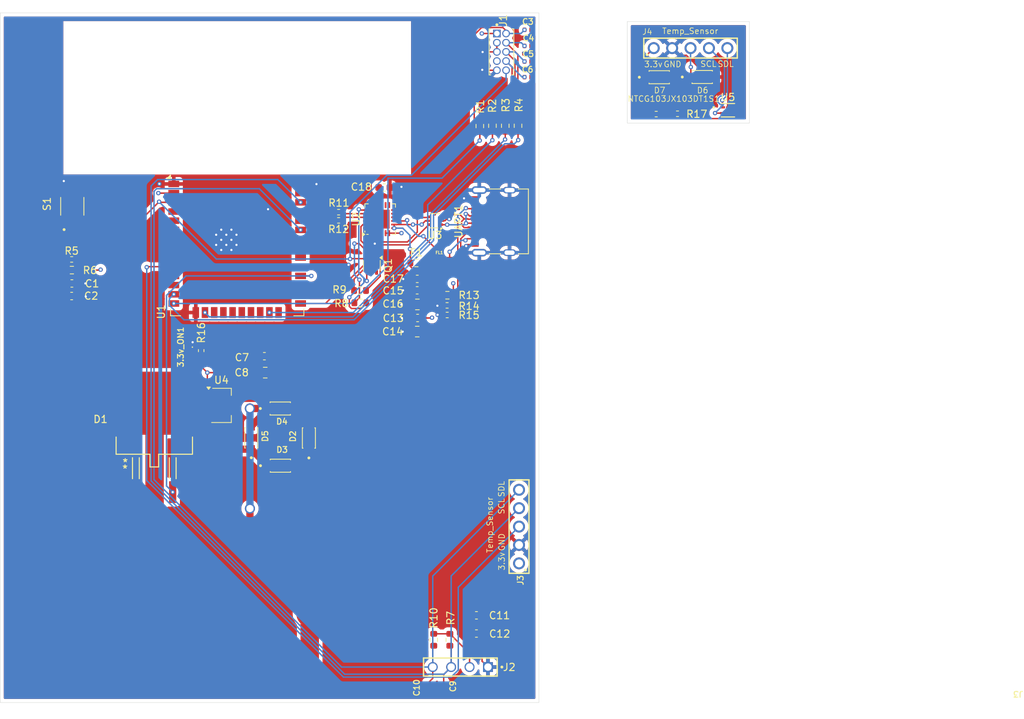
<source format=kicad_pcb>
(kicad_pcb (version 20241229) (generator "pcbnew") (generator_version "9.0")
  (layers (0 "F.Cu" signal) (4 "In1.Cu" signal) (6 "In2.Cu" signal) (2 "B.Cu" signal) (13 "F.Paste" user) (15 "B.Paste" user) (5 "F.SilkS" user "F.Silkscreen") (7 "B.SilkS" user "B.Silkscreen") (1 "F.Mask" user) (3 "B.Mask" user) (25 "Edge.Cuts" user))
  (net 0 "")
  (net 1 "GND")
  (net 2 "3.3V OUT")
  (net 3 "Net-(3.3v_ON1-A)")
  (net 4 "Net-(C2-Pad2)")
  (net 5 "Net-(C3-Pad1)")
  (net 6 "Net-(C4-Pad1)")
  (net 7 "Net-(C5-Pad1)")
  (net 8 "/ESP32 WROOM 32E/I2C_SCL")
  (net 9 "/ESP32 WROOM 32E/I2C_SDL")
  (net 10 "Net-(C6-Pad1)")
  (net 11 "/ESP32 WROOM 32E/EN")
  (net 12 "Net-(U2-REGIN)")
  (net 13 "Net-(U2-VPP)")
  (net 14 "/ESP32 WROOM 32E/AC_TRIAC_Switching")
  (net 15 "/3.3V generator/Transformer_input_A")
  (net 16 "/HIGH_AC_Switching/OUTPUT_AC1")
  (net 17 "Net-(D2-K)")
  (net 18 "/ESP32 WROOM 32E/IO0")
  (net 19 "Net-(D4-K)")
  (net 20 "/ESP32 WROOM 32E/Temp_Sensor")
  (net 21 "/ESP32 WROOM 32E/RTS")
  (net 22 "/ESP32 WROOM 32E/DTR")
  (net 23 "/ESP32 WROOM 32E/JTAG_MTDI")
  (net 24 "/ESP32 WROOM 32E/JTAG_MTDO")
  (net 25 "/ESP32 WROOM 32E/JTAG_MTCK")
  (net 26 "/ESP32 WROOM 32E/JTAG_MTMS")
  (net 27 "/ESP32 WROOM 32E/TX")
  (net 28 "Net-(F1-Pad2)")
  (net 29 "/ESP32 WROOM 32E/RX")
  (net 31 "Net-(Q1A-B1)")
  (net 32 "Net-(Q1B-B2)")
  (net 33 "Net-(U2-RXD)")
  (net 34 "Net-(U2-TXD)")
  (net 35 "/ESP32 WROOM 32E/SPI_DIO0(IRQ)")
  (net 36 "Net-(U2-~{RST})")
  (net 37 "Net-(UART1-CC2)")
  (net 38 "Net-(UART1-CC1)")
  (net 39 "/ESP32 WROOM 32E/SPI_MOSI")
  (net 44 "/ESP32 WROOM 32E/SPI_SCK")
  (net 45 "/ESP32 WROOM 32E/SPI_MISO")
  (net 46 "/ESP32 WROOM 32E/SPI_NSS(CS)")
  (net 47 "/ESP32 WROOM 32E/SPI_Reset")
  (net 62 "Net-(U2-D-)")
  (net 71 "Net-(U2-D+)")
  (net 73 "Net-(U3-I{slash}O1-Pad1)")
  (net 74 "Net-(U3-I{slash}O2-Pad3)")
  (net 77 "5A OUT")
  (footprint "Capacitor_SMD:C_0603_1608Metric" (layer "F.Cu") (at 70.49 43.22)
    (property "Reference" "C18")
    (property "Value" "4.7uF")
  )
  (footprint "BLM21PG221SN1D:BEADC2012X105N" (layer "F.Cu") (at 78.54 53.54)
    (property "Reference" "FL1")
    (property "Value" "BLM21PG221SN1D")
  )
  (footprint "Resistor_SMD:R_0603_1608Metric" (layer "F.Cu") (at 79.54 105.685 90)
    (property "Reference" "R7")
    (property "Value" "2.2K")
  )
  (footprint "Resistor_SMD:R_0402_1005Metric" (layer "F.Cu") (at 110.96 33.04 180)
    (property "Reference" "R17")
    (property "Value" "75")
  )
  (footprint "T1035H_6G_TR:D2PAK_T2550_STM" (layer "F.Cu") (at 38.75 75.2579)
    (property "Reference" "D1")
    (property "Value" "T835-600G-TR")
  )
  (footprint "PESD0402-140:RESC1005X35N" (layer "F.Cu") (at 90.3 23.67)
    (property "Reference" "C4")
    (property "Value" "PESD0402-140")
  )
  (footprint "1N4007FLTR:SODFL3618X110N" (layer "F.Cu") (at 60.085 77.8204 90)
    (property "Reference" "D2")
    (property "Value" "1N4007")
  )
  (footprint "Capacitor_SMD:C_0603_1608Metric" (layer "F.Cu") (at 75.04 55.84)
    (property "Reference" "C17")
    (property "Value" "0.1uF")
  )
  (footprint "Capacitor_SMD:C_0603_1608Metric" (layer "F.Cu") (at 75.03 57.42 180)
    (property "Reference" "C15")
    (property "Value" "4.7uF")
  )
  (footprint "1N4007FLTR:SODFL3618X110N" (layer "F.Cu") (at 56.1575 81.6429)
    (property "Reference" "D3")
    (property "Value" "1N4007")
  )
  (footprint "Resistor_SMD:R_0603_1608Metric" (layer "F.Cu") (at 79.2 58.1)
    (property "Reference" "R13")
    (property "Value" "10K")
  )
  (footprint "Resistor_SMD:R_0603_1608Metric" (layer "F.Cu") (at 77.32 105.685 90)
    (property "Reference" "R10")
    (property "Value" "2.2K")
  )
  (footprint "LED_SMD:LED_0201_0603Metric" (layer "F.Cu") (at 44.01 66.13 -90)
    (property "Reference" "3.3v_ON1")
    (property "Value" "LED")
  )
  (footprint "PESD0402-140:RESC1005X35N" (layer "F.Cu") (at 90.3 25.82)
    (property "Reference" "C5")
    (property "Value" "PESD0402-140")
  )
  (footprint "1N4007FLTR:SODFL3618X110N" (layer "F.Cu") (at 52.135 77.7929 90)
    (property "Reference" "D5")
    (property "Value" "1N4007")
  )
  (footprint "Resistor_SMD:R_0402_1005Metric" (layer "F.Cu") (at 64.19 46.63)
    (property "Reference" "R11")
    (property "Value" "22R")
  )
  (footprint "Resistor_SMD:R_0402_1005Metric" (layer "F.Cu") (at 45.22 65.75 90)
    (property "Reference" "R16")
    (property "Value" "1K")
  )
  (footprint "61300511121:61300511121" (layer "F.Cu") (at 112.76 23.97)
    (property "Reference" "J4")
    (property "Value" "61300511121")
  )
  (footprint "Resistor_SMD:R_0402_1005Metric" (layer "F.Cu") (at 64.19 47.76)
    (property "Reference" "R12")
    (property "Value" "22R")
  )
  (footprint "1N4007FLTR:SODFL3618X110N" (layer "F.Cu") (at 56.135 73.7429)
    (property "Reference" "D4")
    (property "Value" "1N4007")
  )
  (footprint "Capacitor_SMD:C_0805_2012Metric" (layer "F.Cu") (at 54.06 68.79)
    (property "Reference" "C8")
    (property "Value" "22uF")
  )
  (footprint "Resistor_SMD:R_0603_1608Metric" (layer "F.Cu") (at 74.92 53.64)
    (property "Reference" "F1")
    (property "Value" "0603L100SLYR")
  )
  (footprint "Capacitor_SMD:C_0603_1608Metric" (layer "F.Cu") (at 83.21 102.31)
    (property "Reference" "C11")
    (property "Value" "4.7uF")
  )
  (footprint "Resistor_SMD:R_0402_1005Metric" (layer "F.Cu") (at 79.16 59.5)
    (property "Reference" "R14")
    (property "Value" "5.1K")
  )
  (footprint "Capacitor_SMD:C_0603_1608Metric" (layer "F.Cu") (at 27.345 58.21 180)
    (property "Reference" "C2")
    (property "Value" "0.1uF")
  )
  (footprint "SHT45-AD1B-R3:SHT4x_SEN" (layer "F.Cu") (at 117.9193 32.550001)
    (property "Reference" "U5")
    (property "Value" "SHT45-AD1B-R3")
  )
  (footprint "Resistor_SMD:R_0603_1608Metric" (layer "F.Cu") (at 88.95 34.695 90)
    (property "Reference" "R4")
    (property "Value" "100R")
  )
  (footprint "Resistor_SMD:R_0402_1005Metric" (layer "F.Cu") (at 27.345 53.15)
    (property "Reference" "R5")
    (property "Value" "22R")
  )
  (footprint "Package_TO_SOT_SMD:SOT-666" (layer "F.Cu") (at 77.49 47.8125 180)
    (property "Reference" "U3")
    (property "Value" "USBLC6-2P6")
  )
  (footprint "Resistor_SMD:R_0402_1005Metric" (layer "F.Cu") (at 108.02 33.08 180)
    (property "Reference" "NTCG103JX103DT1S1")
    (property "Value" "10K")
  )
  (footprint "Capacitor_SMD:C_0603_1608Metric" (layer "F.Cu") (at 83.21 104.82)
    (property "Reference" "C12")
    (property "Value" "0.1uF")
  )
  (footprint "Capacitor_SMD:C_0603_1608Metric" (layer "F.Cu") (at 75.09 61.24 180)
    (property "Reference" "C13")
    (property "Value" "0.1uF")
  )
  (footprint "Package_DFN_QFN:QFN-24-1EP_4x4mm_P0.5mm_EP2.6x2.6mm" (layer "F.Cu") (at 69.92 47.5875 90)
    (property "Reference" "U2")
    (property "Value" "CP2104")
  )
  (footprint "Package_TO_SOT_SMD:SOT-363_SC-70-6" (layer "F.Cu") (at 68.775 54 -90)
    (property "Reference" "Q1")
    (property "Value" "UMH3N")
  )
  (footprint "Capacitor_SMD:C_0603_1608Metric" (layer "F.Cu") (at 27.375 56.47)
    (property "Reference" "C1")
    (property "Value" "1uF")
  )
  (footprint "1N4007FLTR:SODFL3618X110N" (layer "F.Cu") (at 108.44 27.99)
    (property "Reference" "D7")
    (property "Value" "1N4007")
  )
  (footprint "PESD0402-140:RESC1005X35N" (layer "F.Cu") (at 90.3 21.45)
    (property "Reference" "C3")
    (property "Value" "PESD0402-140")
  )
  (footprint "Resistor_SMD:R_0603_1608Metric" (layer "F.Cu") (at 85.42 34.695 90)
    (property "Reference" "R2")
    (property "Value" "100R")
  )
  (footprint "Capacitor_SMD:C_0603_1608Metric" (layer "F.Cu") (at 53.945 66.52)
    (property "Reference" "C7")
    (property "Value" "1uF")
  )
  (footprint "Capacitor_SMD:C_0805_2012Metric" (layer "F.Cu") (at 75.06 59.37 180)
    (property "Reference" "C16")
    (property "Value" "22uF")
  )
  (footprint "Varistor:SULLINS_GRPB052VWVN-RC" (layer "F.Cu") (at 86.665 24.49 -90)
    (property "Reference" "J1")
    (property "Value" "GRPB052VWVN-RC")
  )
  (footprint "PESD0402-140:RESC1005X35N" (layer "F.Cu") (at 76.54 112.147 -90)
    (property "Reference" "C10")
    (property "Value" "PESD0402-140")
  )
  (footprint "Capacitor_SMD:C_0805_2012Metric" (layer "F.Cu") (at 75.04 63.12)
    (property "Reference" "C14")
    (property "Value" "22uF")
  )
  (footprint "Resistor_SMD:R_0603_1608Metric" (layer "F.Cu") (at 67.193 59.1528 180)
    (property "Reference" "R8")
    (property "Value" "10K")
  )
  (footprint "Resistor_SMD:R_0603_1608Metric" (layer "F.Cu") (at 67.145 57.45 180)
    (property "Reference" "R9")
    (property "Value" "10K")
  )
  (footprint "1N4007FLTR:SODFL3618X110N" (layer "F.Cu") (at 114.37 27.96)
    (property "Reference" "D6")
    (property "Value" "1N4007")
  )
  (footprint "12402012E212A:AMPHENOL_12402012E212A" (layer "F.Cu") (at 87.78 47.9 90)
    (property "Reference" "UART1")
    (property "Value" "12402012E212A")
  )
  (footprint "PESD0402-140:RESC1005X35N" (layer "F.Cu") (at 90.3 27.97)
    (property "Reference" "C6")
    (property "Value" "PESD0402-140")
  )
  (footprint "Diode_SMD:SW_SKRPABE010" (layer "F.Cu") (at 27.43 45.8185 90)
    (property "Reference" "S1")
    (property "Value" "SKRPABE010")
  )
  (footprint "HTSW-104-20-TM-S:SAMTEC_HTSW-104-20-TM-S" (layer "F.Cu") (at 80.99 109.45)
    (property "Reference" "J2")
    (property "Value" "I2C")
  )
  (footprint "Resistor_SMD:R_0603_1608Metric" (layer "F.Cu") (at 87.19 34.695 90)
    (property "Reference" "R3")
    (property "Value" "100R")
  )
  (footprint "PESD0402-140:RESC1005X35N" (layer "F.Cu") (at 78.69 112.147 -90)
    (property "Reference" "C9")
    (property "Value" "PESD0402-140")
  )
  (footprint "RF_Module:ESP32-WROOM-32E" (layer "F.Cu") (at 50.19 47.9879)
    (property "Reference" "U1")
    (property "Value" "ESP32-WROOM-32E")
  )
  (footprint "Resistor_SMD:R_0402_1005Metric" (layer "F.Cu") (at 79.175 60.825)
    (property "Reference" "R15")
    (property "Value" "5.1K")
  )
  (footprint "Resistor_SMD:R_0603_1608Metric" (layer "F.Cu") (at 83.68 34.735 90)
    (property "Reference" "R1")
    (property "Value" "100R")
  )
  (footprint "Package_TO_SOT_SMD:SOT-89-3" (layer "F.Cu") (at 48.02 73.3179)
    (property "Reference" "U4")
    (property "Value" "L78L33_SOT89")
  )
  (footprint "61300511121:61300511121" (layer "F.Cu") (at 89.09 90.05 90)
    (property "Reference" "J3")
    (property "Value" "61300511121")
  )
  (footprint "Resistor_SMD:R_0603_1608Metric" (layer "F.Cu") (at 27.375 54.63)
    (property "Reference" "R6")
    (property "Value" "10K")
  )
  (gr_circle (center 20.75 44.1079) (end 18.95 44.1079) (stroke (width 0.1)) (fill yes) (layers "F.Cu" "F.Mask") (net 15))
  (gr_circle (center 60.2 102.0579) (end 58.4 102.0579) (stroke (width 0.1)) (fill yes) (layers "F.Cu" "F.Mask") (net 15))
  (gr_circle (center 29.75 85.51) (end 27.95 85.51) (stroke (width 0.1)) (fill yes) (layers "F.Cu" "F.Mask") (net 16))
  (gr_circle (center 60.25 90.1579) (end 59.25 90.1579) (stroke (width 0.1)) (fill yes) (layers "F.Cu" "F.Mask") (net 17))
  (gr_circle (center 51.95 90.1579) (end 50.95 90.1579) (stroke (width 0.1)) (fill yes) (layers "F.Cu" "F.Mask") (net 19))
  (gr_circle (center 38.75 105.91) (end 36.95 105.91) (stroke (width 0.1)) (fill yes) (layers "F.Cu" "F.Mask") (net 15))
  (gr_circle (center 51.75 102.1079) (end 49.95 102.1079) (stroke (width 0.1)) (fill yes) (layers "F.Cu" "F.Mask") (net 15))
  (gr_circle (center 20.75 106.1079) (end 18.95 106.1079) (stroke (width 0.1)) (fill yes) (layers "F.Cu" "F.Mask") (net 15))
  (gr_rect (start 104.02 20.3) (end 120.89 34.32) (stroke (width 0.05)) (fill no) (layer "Edge.Cuts"))
  (gr_rect (start 17.48 19.11) (end 91.84 114.35) (stroke (width 0.05)) (fill no) (layer "Edge.Cuts"))
  (gr_text "J3" (at 157.97 113.18 180) (layer "F.SilkS") (effects (font (size 0.8 0.8))))
  (gr_text "SDL" (at 117.61 26.16 0) (layer "F.SilkS") (effects (font (size 0.8 0.8) (thickness 0.1))))
  (gr_text "Temp_Sensor" (at 85.07 89.83 90) (layer "F.SilkS") (effects (font (size 0.8 0.8) (thickness 0.1))))
  (gr_text "GND" (at 86.71 92.2 90) (layer "F.SilkS") (effects (font (size 0.8 0.8) (thickness 0.1))))
  (gr_text "3.3v" (at 107.62 26.2 0) (layer "F.SilkS") (effects (font (size 0.8 0.8) (thickness 0.1))))
  (gr_text "SCL" (at 115.23 26.16 0) (layer "F.SilkS") (effects (font (size 0.8 0.8) (thickness 0.1))))
  (gr_text "SCL" (at 86.67 87.24 90) (layer "F.SilkS") (effects (font (size 0.8 0.8) (thickness 0.1))))
  (gr_text "SDL" (at 86.67 84.86 90) (layer "F.SilkS") (effects (font (size 0.8 0.8) (thickness 0.1))))
  (gr_text "3.3v" (at 86.71 94.85 90) (layer "F.SilkS") (effects (font (size 0.8 0.8) (thickness 0.1))))
  (gr_text "GND" (at 110.27 26.2 0) (layer "F.SilkS") (effects (font (size 0.8 0.8) (thickness 0.1))))
  (gr_text "Temp_Sensor" (at 112.71 21.61 0) (layer "F.SilkS") (effects (font (size 0.8 0.8) (thickness 0.1))))
  (segment (start 111.47 33.04) (end 111.47 31.67) (width 0.2) (layer "F.Cu") (net 1))
  (segment (start 77.87 59.5) (end 77.82 59.55) (width 0.2) (layer "F.Cu") (net 1))
  (segment (start 50.641 72.3369) (end 49.66 73.3179) (width 1) (layer "F.Cu") (net 1))
  (segment (start 73.04 63.12) (end 73.03 63.13) (width 0.2) (layer "F.Cu") (net 1))
  (segment (start 115.94 27.96) (end 117.9193 29.9393) (width 0.2) (layer "F.Cu") (net 1))
  (segment (start 112.19 24.97) (end 111.22 24.97) (width 0.2) (layer "F.Cu") (net 1))
  (segment (start 74.09 63.12) (end 73.04 63.12) (width 0.2) (layer "F.Cu") (net 1))
  (segment (start 72.77 43.22) (end 72.86 43.13) (width 0.2) (layer "F.Cu") (net 1))
  (segment (start 115.94 27.96) (end 115.18 27.96) (width 0.2) (layer "F.Cu") (net 1))
  (segment (start 118.319299 32.150002) (end 117.9193 32.550001) (width 0.2) (layer "F.Cu") (net 1))
  (segment (start 74.265 55.84) (end 73.12 55.84) (width 0.2) (layer "F.Cu") (net 1))
  (segment (start 72.96 61.24) (end 72.93 61.27) (width 0.2) (layer "F.Cu") (net 1))
  (segment (start 78.665 60.825) (end 77.875 60.825) (width 0.2) (layer "F.Cu") (net 1))
  (segment (start 118.6686 32.150002) (end 118.319299 32.150002) (width 0.2) (layer "F.Cu") (net 1))
  (segment (start 58.94 42.7279) (end 61.1079 42.7279) (width 0.2) (layer "F.Cu") (net 1))
  (segment (start 26.355 42.425) (end 26.26 42.33) (width 0.2) (layer "F.Cu") (net 1))
  (segment (start 79.100057 47.58) (end 79.45 47.58) (width 0.2) (layer "F.Cu") (net 1))
  (segment (start 61.1079 42.7279) (end 61.13 42.75) (width 0.2) (layer "F.Cu") (net 1))
  (segment (start 78.867557 47.8125) (end 79.100057 47.58) (width 0.2) (layer "F.Cu") (net 1))
  (segment (start 84.07 27.03) (end 84.01 26.97) (width 0.2) (layer "F.Cu") (net 1))
  (segment (start 86.03 23.22) (end 86.03 24.49) (width 0.2) (layer "F.Cu") (net 1))
  (segment (start 78.415 47.8125) (end 78.867557 47.8125) (width 0.2) (layer "F.Cu") (net 1))
  (segment (start 83.03 44.7) (end 81.52 44.7) (width 0.2) (layer "F.Cu") (net 1))
  (segment (start 86.03 24.49) (end 84.08 24.49) (width 0.2) (layer "F.Cu") (net 1))
  (segment (start 72.87 59.37) (end 72.85 59.39) (width 0.2) (layer "F.Cu") (net 1))
  (segment (start 55.01 68.79) (end 55.01 66.81) (width 0.2) (layer "F.Cu") (net 1))
  (segment (start 65.12 53.46) (end 65.56 53.9) (width 0.2) (layer "F.Cu") (net 1))
  (segment (start 83.985 108.635) (end 84.8 109.45) (width 0.2) (layer "F.Cu") (net 1))
  (segment (start 56.299 72.3369) (end 52.84 72.3369) (width 1) (layer "F.Cu") (net 1))
  (segment (start 83.985 104.82) (end 83.985 102.31) (width 0.2) (layer "F.Cu") (net 1))
  (segment (start 57.9421 42.7279) (end 54.45 46.22) (width 0.2) (layer "F.Cu") (net 1))
  (segment (start 73.09 57.42) (end 73.08 57.43) (width 0.2) (layer "F.Cu") (net 1))
  (segment (start 83.03 51.1) (end 82.002045 51.1) (width 0.2) (layer "F.Cu") (net 1))
  (segment (start 81.52 44.7) (end 81.5 44.72) (width 0.2) (layer "F.Cu") (net 1))
  (segment (start 29.23 58.21) (end 29.29 58.27) (width 0.2) (layer "F.Cu") (net 1))
  (segment (start 74.11 59.37) (end 72.87 59.37) (width 0.2) (layer "F.Cu") (net 1))
  (segment (start 44.01 64.62) (end 44.04 64.59) (width 0.2) (layer "F.Cu") (net 1))
  (segment (start 55.01 68.79) (end 55.01 70.1669) (width 0.2) (layer "F.Cu") (net 1))
  (segment (start 26.355 43.7435) (end 26.355 42.425) (width 0.2) (layer "F.Cu") (net 1))
  (segment (start 111.47 31.67) (end 115.18 27.96) (width 0.2) (layer "F.Cu") (net 1))
  (segment (start 78.65 59.5) (end 77.87 59.5) (width 0.2) (layer "F.Cu") (net 1))
  (segment (start 71.265 43.22) (end 72.77 43.22) (width 0.2) (layer "F.Cu") (net 1))
  (segment (start 52.84 72.3369) (end 50.641 72.3369) (width 1) (layer "F.Cu") (net 1))
  (segment (start 69.17 49.525) (end 69.17 48.3375) (width 0.2) (layer "F.Cu") (net 1))
  (segment (start 39.4579 42.7279) (end 39.45 42.72) (width 0.2) (layer "F.Cu") (net 1))
  (segment (start 77.875 60.825) (end 77.85 60.8) (width 0.2) (layer "F.Cu") (net 1))
  (segment (start 26.355 43.7435) (end 26.355 47.8935) (width 0.2) (layer "F.Cu") (net 1))
  (segment (start 84.08 24.49) (end 84.06 24.51) (width 0.2) (layer "F.Cu") (net 1))
  (segment (start 86.03 27.03) (end 84.07 27.03) (width 0.2) (layer "F.Cu") (net 1))
  (segment (start 74.315 61.24) (end 72.96 61.24) (width 0.2) (layer "F.Cu") (net 1))
  (segment (start 82.002045 51.1) (end 81.793908 51.308137) (width 0.2) (layer "F.Cu") (net 1))
  (segment (start 111.22 24.97) (end 110.22 23.97) (width 0.2) (layer "F.Cu") (net 1))
  (segment (start 117.9193 29.9393) (end 117.9193 32.550001) (width 0.2) (layer "F.Cu") (net 1))
  (segment (start 115.18 27.96) (end 112.19 24.97) (width 0.2) (layer "F.Cu") (net 1))
  (segment (start 49.66 73.3179) (end 46.1575 73.3179) (width 1) (layer "F.Cu") (net 1))
  (segment (start 60.085 76.2504) (end 60.085 76.1229) (width 0.2) (layer "F.Cu") (net 1))
  (segment (start 55.01 66.81) (end 54.72 66.52) (width 0.2) (layer "F.Cu") (net 1))
  (segment (start 69.17 48.3375) (end 69.92 47.5875) (width 0.2) (layer "F.Cu") (net 1))
  (segment (start 41.44 42.7279) (end 39.4579 42.7279) (width 0.2) (layer "F.Cu") (net 1))
  (segment (start 60.085 76.1229) (end 57.705 73.7429) (width 1) (layer "F.Cu") (net 1))
  (segment (start 73.12 55.84) (end 73.1 55.86) (width 0.2) (layer "F.Cu") (net 1))
  (segment (start 58.94 42.7279) (end 57.9421 42.7279) (width 0.2) (layer "F.Cu") (net 1))
  (segment (start 55.01 70.1669) (end 52.84 72.3369) (width 0.2) (layer "F.Cu") (net 1))
  (segment (start 44.01 65.81) (end 44.01 64.62) (width 0.2) (layer "F.Cu") (net 1))
  (segment (start 69.17 50.966598) (end 69.180803 50.977401) (width 0.2) (layer "F.Cu") (net 1))
  (segment (start 74.255 57.42) (end 73.09 57.42) (width 0.2) (layer "F.Cu") (net 1))
  (segment (start 28.15 56.47) (end 29.24 56.47) (width 0.2) (layer "F.Cu") (net 1))
  (segment (start 69.17 49.525) (end 69.17 50.966598) (width 0.2) (layer "F.Cu") (net 1))
  (segment (start 57.705 73.7429) (end 56.299 72.3369) (width 1) (layer "F.Cu") (net 1))
  (segment (start 28.12 58.21) (end 29.23 58.21) (width 0.2) (layer "F.Cu") (net 1))
  (segment (start 83.985 104.82) (end 83.985 108.635) (width 0.2) (layer "F.Cu") (net 1))
  (segment (start 65.12 48.92) (end 65.12 53.46) (width 0.2) (layer "F.Cu") (net 1))
  (via (at 81.5 44.72) (size 0.6) (drill 0.3) (layers "F.Cu" "B.Cu") (net 1))
  (via (at 39.45 42.72) (size 0.6) (drill 0.3) (layers "F.Cu" "B.Cu") (net 1))
  (via (at 29.29 58.27) (size 0.6) (drill 0.3) (layers "F.Cu" "B.Cu") (net 1))
  (via (at 77.82 59.55) (size 0.6) (drill 0.3) (layers "F.Cu" "B.Cu") (net 1))
  (via (at 73.1 55.86) (size 0.6) (drill 0.3) (layers "F.Cu" "B.Cu") (net 1))
  (via (at 72.86 43.13) (size 0.6) (drill 0.3) (layers "F.Cu" "B.Cu") (net 1))
  (via (at 73.08 57.43) (size 0.6) (drill 0.3) (layers "F.Cu" "B.Cu") (net 1))
  (via (at 54.45 46.22) (size 0.6) (drill 0.3) (layers "F.Cu" "B.Cu") (net 1))
  (via (at 69.180803 50.977401) (size 0.6) (drill 0.3) (layers "F.Cu" "B.Cu") (net 1))
  (via (at 72.93 61.27) (size 0.6) (drill 0.3) (layers "F.Cu" "B.Cu") (net 1))
  (via (at 81.793908 51.308137) (size 0.6) (drill 0.3) (layers "F.Cu" "B.Cu") (net 1))
  (via (at 26.26 42.33) (size 0.6) (drill 0.3) (layers "F.Cu" "B.Cu") (net 1))
  (via (at 77.85 60.8) (size 0.6) (drill 0.3) (layers "F.Cu" "B.Cu") (net 1))
  (via (at 72.85 59.39) (size 0.6) (drill 0.3) (layers "F.Cu" "B.Cu") (net 1))
  (via (at 44.04 64.59) (size 0.6) (drill 0.3) (layers "F.Cu" "B.Cu") (net 1))
  (via (at 65.56 53.9) (size 0.6) (drill 0.3) (layers "F.Cu" "B.Cu") (net 1))
  (via (at 79.45 47.58) (size 0.6) (drill 0.3) (layers "F.Cu" "B.Cu") (net 1))
  (via (at 61.13 42.75) (size 0.6) (drill 0.3) (layers "F.Cu" "B.Cu") (net 1))
  (via (at 73.03 63.13) (size 0.6) (drill 0.3) (layers "F.Cu" "B.Cu") (net 1))
  (via (at 84.01 26.97) (size 0.6) (drill 0.3) (layers "F.Cu" "B.Cu") (net 1))
  (via (at 65.12 48.92) (size 0.6) (drill 0.3) (layers "F.Cu" "B.Cu") (net 1))
  (via (at 29.24 56.47) (size 0.6) (drill 0.3) (layers "F.Cu" "B.Cu") (net 1))
  (via (at 84.06 24.51) (size 0.6) (drill 0.3) (layers "F.Cu" "B.Cu") (net 1))
  (segment (start 65.12 46.74) (end 65.12 48.92) (width 0.2) (layer "B.Cu") (net 1))
  (segment (start 111.47 25.22) (end 110.22 23.97) (width 0.2) (layer "B.Cu") (net 1))
  (segment (start 61.13 42.75) (end 65.12 46.74) (width 0.2) (layer "B.Cu") (net 1))
  (segment (start 71.17 49.525) (end 72.855 49.525) (width 0.2) (layer "F.Cu") (net 2))
  (segment (start 41.44 43.9979) (end 39.3179 43.9979) (width 0.2) (layer "F.Cu") (net 2))
  (segment (start 86.03 21.95) (end 83.95 21.95) (width 0.2) (layer "F.Cu") (net 2))
  (segment (start 39.3179 43.9979) (end 39.31 43.99) (width 0.2) (layer "F.Cu") (net 2))
  (segment (start 53.11 68.79) (end 53.11 66.58) (width 0.2) (layer "F.Cu") (net 2))
  (segment (start 107.51 28.63) (end 106.87 27.99) (width 0.2) (layer "F.Cu") (net 2))
  (segment (start 118.27 33.701) (end 108.131 33.701) (width 0.2) (layer "F.Cu") (net 2))
  (segment (start 82.26 109.45) (end 82.26 107.58) (width 0.2) (layer "F.Cu") (net 2))
  (segment (start 53.11 68.79) (end 46.07 68.79) (width 0.2) (layer "F.Cu") (net 2))
  (segment (start 53.11 66.58) (end 53.17 66.52) (width 0.2) (layer "F.Cu") (net 2))
  (segment (start 75.99 61.365) (end 75.865 61.24) (width 0.2) (layer "F.Cu") (net 2))
  (segment (start 80.025 58.1) (end 80.025 56.465) (width 0.2) (layer "F.Cu") (net 2))
  (segment (start 82.435 102.31) (end 82.435 104.82) (width 0.2) (layer "F.Cu") (net 2))
  (segment (start 70.67 49.525) (end 71.17 49.525) (width 0.2) (layer "F.Cu") (net 2))
  (segment (start 108.131 33.701) (end 107.51 33.08) (width 0.2) (layer "F.Cu") (net 2))
  (segment (start 75.865 61.24) (end 77.04 61.24) (width 0.2) (layer "F.Cu") (net 2))
  (segment (start 45.22 65.24) (end 45.841 65.861) (width 0.2) (layer "F.Cu") (net 2))
  (segment (start 118.6686 33.3024) (end 118.27 33.701) (width 0.2) (layer "F.Cu") (net 2))
  (segment (start 31.28 54.63) (end 31.34 54.57) (width 0.2) (layer "F.Cu") (net 2))
  (segment (start 45.17 67.89) (end 46.07 68.79) (width 0.2) (layer "F.Cu") (net 2))
  (segment (start 107.51 33.08) (end 107.51 28.63) (width 0.2) (layer "F.Cu") (net 2))
  (segment (start 82.435 104.82) (end 82.435 107.405) (width 0.2) (layer "F.Cu") (net 2))
  (segment (start 28.2 54.63) (end 31.28 54.63) (width 0.2) (layer "F.Cu") (net 2))
  (segment (start 77.32 104.86) (end 79.54 104.86) (width 0.2) (layer "F.Cu") (net 2))
  (segment (start 45.17 67.715) (end 45.17 67.89) (width 0.2) (layer "F.Cu") (net 2))
  (segment (start 80.025 56.465) (end 80.01 56.45) (width 0.2) (layer "F.Cu") (net 2))
  (segment (start 46.07 71.8179) (end 46.07 68.79) (width 0.2) (layer "F.Cu") (net 2))
  (segment (start 106.87 24.78) (end 107.68 23.97) (width 0.2) (layer "F.Cu") (net 2))
  (segment (start 106.87 27.99) (end 106.87 24.78) (width 0.2) (layer "F.Cu") (net 2))
  (segment (start 82.435 107.405) (end 82.26 107.58) (width 0.2) (layer "F.Cu") (net 2))
  (segment (start 82.26 107.58) (end 79.54 104.86) (width 0.2) (layer "F.Cu") (net 2))
  (segment (start 75.99 63.12) (end 75.99 61.365) (width 0.2) (layer "F.Cu") (net 2))
  (segment (start 118.6686 32.95) (end 118.6686 33.3024) (width 0.2) (layer "F.Cu") (net 2))
  (segment (start 72.855 49.525) (end 72.86 49.52) (width 0.2) (layer "F.Cu") (net 2))
  (segment (start 45.841 65.861) (end 45.841 67.044) (width 0.2) (layer "F.Cu") (net 2))
  (segment (start 45.841 67.044) (end 45.17 67.715) (width 0.2) (layer "F.Cu") (net 2))
  (segment (start 77.04 61.24) (end 77.08 61.2) (width 0.2) (layer "F.Cu") (net 2))
  (via (at 39.31 43.99) (size 0.6) (drill 0.3) (layers "F.Cu" "B.Cu") (net 2))
  (via (at 72.86 49.52) (size 0.6) (drill 0.3) (layers "F.Cu" "B.Cu") (net 2))
  (via (at 31.34 54.57) (size 0.6) (drill 0.3) (layers "F.Cu" "B.Cu") (net 2))
  (via (at 77.08 61.2) (size 0.6) (drill 0.3) (layers "F.Cu" "B.Cu") (net 2))
  (via (at 83.95 21.95) (size 0.6) (drill 0.3) (layers "F.Cu" "B.Cu") (net 2))
  (via (at 80.01 56.45) (size 0.6) (drill 0.3) (layers "F.Cu" "B.Cu") (net 2))
  (via (at 46.07 68.79) (size 0.6) (drill 0.3) (layers "F.Cu" "B.Cu") (net 2))
  (segment (start 44.785 66.45) (end 45.17 66.065) (width 0.2) (layer "F.Cu") (net 3))
  (segment (start 44.01 66.45) (end 44.785 66.45) (width 0.2) (layer "F.Cu") (net 3))
  (segment (start 25.849 54.136) (end 25.849 57.489) (width 0.2) (layer "F.Cu") (net 4))
  (segment (start 26.835 53.15) (end 26.835 49.5635) (width 0.2) (layer "F.Cu") (net 4))
  (segment (start 28.505 43.7435) (end 28.505 47.8935) (width 0.2) (layer "F.Cu") (net 4))
  (segment (start 25.849 57.489) (end 26.57 58.21) (width 0.2) (layer "F.Cu") (net 4))
  (segment (start 26.835 53.15) (end 25.849 54.136) (width 0.2) (layer "F.Cu") (net 4))
  (segment (start 26.835 49.5635) (end 28.505 47.8935) (width 0.2) (layer "F.Cu") (net 4))
  (segment (start 87.3 21.95) (end 87.3 21.568) (width 0.2) (layer "F.Cu") (net 5))
  (segment (start 86.856 21.124) (end 83.926057 21.124) (width 0.2) (layer "F.Cu") (net 5))
  (segment (start 83.191936 34.611) (end 88.209 34.611) (width 0.2) (layer "F.Cu") (net 5))
  (segment (start 83.926057 21.124) (end 82.904 22.146057) (width 0.2) (layer "F.Cu") (net 5))
  (segment (start 82.904 22.146057) (end 82.904 34.323064) (width 0.2) (layer "F.Cu") (net 5))
  (segment (start 88.95 33.87) (end 89.329 33.491) (width 0.2) (layer "F.Cu") (net 5))
  (segment (start 87.3 21.568) (end 86.856 21.124) (width 0.2) (layer "F.Cu") (net 5))
  (segment (start 88.209 34.611) (end 88.95 33.87) (width 0.2) (layer "F.Cu") (net 5))
  (segment (start 82.904 34.323064) (end 83.191936 34.611) (width 0.2) (layer "F.Cu") (net 5))
  (via (at 89.843 21.45) (size 0.6) (drill 0.3) (layers "F.Cu" "B.Cu") (net 5))
  (segment (start 89.35 21.95) (end 89.843 21.457) (width 0.2) (layer "B.Cu") (net 5))
  (segment (start 89.873 21.42) (end 89.843 21.45) (width 0.2) (layer "B.Cu") (net 5))
  (segment (start 87.3 21.95) (end 89.35 21.95) (width 0.2) (layer "B.Cu") (net 5))
  (segment (start 89.843 21.45) (end 89.843 21.457) (width 0.2) (layer "B.Cu") (net 5))
  (segment (start 88.928 32.132) (end 88.928 24.848) (width 0.2) (layer "F.Cu") (net 6))
  (segment (start 88.928 24.848) (end 87.3 23.22) (width 0.2) (layer "F.Cu") (net 6))
  (segment (start 87.19 33.87) (end 88.928 32.132) (width 0.2) (layer "F.Cu") (net 6))
  (via (at 89.843 23.67) (size 0.6) (drill 0.3) (layers "F.Cu" "B.Cu") (net 6))
  (segment (start 89.393 23.22) (end 89.843 23.67) (width 0.2) (layer "B.Cu") (net 6))
  (segment (start 87.3 23.22) (end 89.393 23.22) (width 0.2) (layer "B.Cu") (net 6))
  (segment (start 85.42 33.87) (end 88.527 30.763) (width 0.2) (layer "F.Cu") (net 7))
  (segment (start 88.527 25.717) (end 87.3 24.49) (width 0.2) (layer "F.Cu") (net 7))
  (segment (start 88.527 30.763) (end 88.527 25.717) (width 0.2) (layer "F.Cu") (net 7))
  (via (at 89.843 25.82) (size 0.6) (drill 0.3) (layers "F.Cu" "B.Cu") (net 7))
  (segment (start 89.84 25.79) (end 89.84 25.817) (width 0.2) (layer "B.Cu") (net 7))
  (segment (start 88.54 24.49) (end 89.84 25.79) (width 0.2) (layer "B.Cu") (net 7))
  (segment (start 89.84 25.817) (end 89.843 25.82) (width 0.2) (layer "B.Cu") (net 7))
  (segment (start 87.3 24.49) (end 88.54 24.49) (width 0.2) (layer "B.Cu") (net 7))
  (segment (start 79.72 106.69) (end 79.54 106.51) (width 0.2) (layer "F.Cu") (net 8))
  (segment (start 79.72 109.45) (end 79.72 106.69) (width 0.2) (layer "F.Cu") (net 8))
  (segment (start 116.15 32.95) (end 116.14 32.94) (width 0.2) (layer "F.Cu") (net 8))
  (segment (start 117.17 32.95) (end 116.15 32.95) (width 0.2) (layer "F.Cu") (net 8))
  (segment (start 78.69 110.48) (end 79.72 109.45) (width 0.2) (layer "F.Cu") (net 8))
  (segment (start 78.69 111.69) (end 78.69 110.48) (width 0.2) (layer "F.Cu") (net 8))
  (via (at 116.14 32.94) (size 0.6) (drill 0.3) (layers "F.Cu" "B.Cu") (net 8))
  (via (at 58.94 45.2679) (size 0.6) (drill 0.3) (layers "F.Cu" "B.Cu") (net 8))
  (segment (start 65.018057 110.436) (end 38.308 83.725943) (width 0.2) (layer "B.Cu") (net 8))
  (segment (start 38.308 43.012057) (end 39.201057 42.119) (width 0.2) (layer "B.Cu") (net 8))
  (segment (start 116.529 30.931057) (end 116.881057 30.579) (width 0.2) (layer "B.Cu") (net 8))
  (segment (start 39.201057 42.119) (end 55.7911 42.119) (width 0.2) (layer "B.Cu") (net 8))
  (segment (start 117.439 30.3039) (end 117.439 26.109) (width 0.2) (layer "B.Cu") (net 8))
  (segment (start 89.09 87.51) (end 79.72 96.88) (width 0.2) (layer "B.Cu") (net 8))
  (segment (start 116.14 32.94) (end 117.299 31.781) (width 0.2) (layer "B.Cu") (net 8))
  (segment (start 78.734 110.436) (end 65.018057 110.436) (width 0.2) (layer "B.Cu") (net 8))
  (segment (start 79.72 96.88) (end 79.72 109.45) (width 0.2) (layer "B.Cu") (net 8))
  (segment (start 38.308 83.725943) (end 38.308 43.012057) (width 0.2) (layer "B.Cu") (net 8))
  (segment (start 117.1639 30.579) (end 117.439 30.3039) (width 0.2) (layer "B.Cu") (net 8))
  (segment (start 116.881057 31.781) (end 116.529 31.428943) (width 0.2) (layer "B.Cu") (net 8))
  (segment (start 117.439 26.109) (end 115.3 23.97) (width 0.2) (layer "B.Cu") (net 8))
  (segment (start 116.529 31.428943) (end 116.529 30.931057) (width 0.2) (layer "B.Cu") (net 8))
  (segment (start 79.72 109.45) (end 78.734 110.436) (width 0.2) (layer "B.Cu") (net 8))
  (segment (start 116.881057 30.579) (end 117.1639 30.579) (width 0.2) (layer "B.Cu") (net 8))
  (segment (start 55.7911 42.119) (end 58.94 45.2679) (width 0.2) (layer "B.Cu") (net 8))
  (segment (start 117.299 31.781) (end 116.881057 31.781) (width 0.2) (layer "B.Cu") (net 8))
  (segment (start 117.17 31.22) (end 117.13 31.18) (width 0.2) (layer "F.Cu") (net 9))
  (segment (start 117.17 32.150002) (end 117.17 31.22) (width 0.2) (layer "F.Cu") (net 9))
  (segment (start 77.18 106.65) (end 77.32 106.51) (width 0.2) (layer "F.Cu") (net 9))
  (segment (start 77.18 109.45) (end 77.18 106.65) (width 0.2) (layer "F.Cu") (net 9))
  (segment (start 76.54 111.69) (end 76.54 111.65) (width 0.2) (layer "F.Cu") (net 9))
  (segment (start 76.54 111.65) (end 77.18 111.01) (width 0.2) (layer "F.Cu") (net 9))
  (segment (start 77.18 111.01) (end 77.18 109.45) (width 0.2) (layer "F.Cu") (net 9))
  (via (at 58.94 49.0779) (size 0.6) (drill 0.3) (layers "F.Cu" "B.Cu") (net 9))
  (via (at 117.13 31.18) (size 0.6) (drill 0.3) (layers "F.Cu" "B.Cu") (net 9))
  (segment (start 117.84 30.47) (end 117.84 23.97) (width 0.2) (layer "B.Cu") (net 9))
  (segment (start 117.13 31.18) (end 117.84 30.47) (width 0.2) (layer "B.Cu") (net 9))
  (segment (start 64.599157 109.45) (end 38.709 83.559843) (width 0.2) (layer "B.Cu") (net 9))
  (segment (start 89.09 84.97) (end 77.18 96.88) (width 0.2) (layer "B.Cu") (net 9))
  (segment (start 53.2511 43.389) (end 58.94 49.0779) (width 0.2) (layer "B.Cu") (net 9))
  (segment (start 38.709 43.741057) (end 39.061057 43.389) (width 0.2) (layer "B.Cu") (net 9))
  (segment (start 77.18 109.45) (end 64.599157 109.45) (width 0.2) (layer "B.Cu") (net 9))
  (segment (start 39.061057 43.389) (end 53.2511 43.389) (width 0.2) (layer "B.Cu") (net 9))
  (segment (start 77.18 96.88) (end 77.18 109.45) (width 0.2) (layer "B.Cu") (net 9))
  (segment (start 38.709 83.559843) (end 38.709 43.741057) (width 0.2) (layer "B.Cu") (net 9))
  (segment (start 88.126 29.464) (end 88.126 26.586) (width 0.2) (layer "F.Cu") (net 10))
  (segment (start 83.68 33.91) (end 88.126 29.464) (width 0.2) (layer "F.Cu") (net 10))
  (segment (start 88.126 26.586) (end 87.3 25.76) (width 0.2) (layer "F.Cu") (net 10))
  (via (at 89.843 27.97) (size 0.6) (drill 0.3) (layers "F.Cu" "B.Cu") (net 10))
  (segment (start 87.3 25.76) (end 89.48 27.94) (width 0.2) (layer "B.Cu") (net 10))
  (segment (start 89.48 27.94) (end 89.813 27.94) (width 0.2) (layer "B.Cu") (net 10))
  (segment (start 89.813 27.94) (end 89.843 27.97) (width 0.2) (layer "B.Cu") (net 10))
  (segment (start 65.815 53.05) (end 65.775 53.09) (width 0.2) (layer "F.Cu") (net 11))
  (segment (start 26.55 54.63) (end 26.55 54.455) (width 0.2) (layer "F.Cu") (net 11))
  (segment (start 39.41 45.19) (end 39.4879 45.2679) (width 0.2) (layer "F.Cu") (net 11))
  (segment (start 39.4879 45.2679) (end 41.44 45.2679) (width 0.2) (layer "F.Cu") (net 11))
  (segment (start 68.125 53.05) (end 65.815 53.05) (width 0.2) (layer "F.Cu") (net 11))
  (segment (start 26.55 54.455) (end 27.855 53.15) (width 0.2) (layer "F.Cu") (net 11))
  (segment (start 27.855 53.15) (end 26.6 54.405) (width 0.2) (layer "F.Cu") (net 11))
  (segment (start 27.855 53.15) (end 31.45 53.15) (width 0.2) (layer "F.Cu") (net 11))
  (segment (start 31.45 53.15) (end 39.41 45.19) (width 0.2) (layer "F.Cu") (net 11))
  (segment (start 26.6 54.405) (end 26.6 56.47) (width 0.2) (layer "F.Cu") (net 11))
  (via (at 39.41 45.19) (size 0.6) (drill 0.3) (layers "F.Cu" "B.Cu") (net 11))
  (via (at 65.775 53.09) (size 0.6) (drill 0.3) (layers "F.Cu" "B.Cu") (net 11))
  (segment (start 47.31 53.09) (end 39.41 45.19) (width 0.2) (layer "B.Cu") (net 11))
  (segment (start 87.3 28.460736) (end 74.231836 41.5289) (width 0.2) (layer "B.Cu") (net 11))
  (segment (start 87.3 27.03) (end 87.3 28.460736) (width 0.2) (layer "B.Cu") (net 11))
  (segment (start 65.775 46.587557) (end 65.775 53.09) (width 0.2) (layer "B.Cu") (net 11))
  (segment (start 74.231836 41.5289) (end 70.833657 41.5289) (width 0.2) (layer "B.Cu") (net 11))
  (segment (start 65.775 53.09) (end 47.31 53.09) (width 0.2) (layer "B.Cu") (net 11))
  (segment (start 70.833657 41.5289) (end 65.775 46.587557) (width 0.2) (layer "B.Cu") (net 11))
  (segment (start 75.815 55.84) (end 75.815 57.41) (width 0.2) (layer "F.Cu") (net 12))
  (segment (start 71.8575 48.3375) (end 74.4475 48.3375) (width 0.2) (layer "F.Cu") (net 12))
  (segment (start 74.4475 48.3375) (end 74.45 48.34) (width 0.2) (layer "F.Cu") (net 12))
  (segment (start 75.65 48.34) (end 76.1775 47.8125) (width 0.2) (layer "F.Cu") (net 12))
  (segment (start 74.095 51.764473) (end 74.039737 51.70921) (width 0.2) (layer "F.Cu") (net 12))
  (segment (start 74.095 54.12) (end 75.815 55.84) (width 0.2) (layer "F.Cu") (net 12))
  (segment (start 74.095 53.64) (end 74.095 54.12) (width 0.2) (layer "F.Cu") (net 12))
  (segment (start 74.095 53.64) (end 74.095 51.764473) (width 0.2) (layer "F.Cu") (net 12))
  (segment (start 75.805 57.42) (end 75.805 59.165) (width 0.2) (layer "F.Cu") (net 12))
  (segment (start 71.8575 48.8375) (end 71.8575 48.3375) (width 0.2) (layer "F.Cu") (net 12))
  (segment (start 76.1775 47.8125) (end 76.565 47.8125) (width 0.2) (layer "F.Cu") (net 12))
  (segment (start 75.805 59.165) (end 76.01 59.37) (width 0.2) (layer "F.Cu") (net 12))
  (segment (start 75.815 57.41) (end 75.805 57.42) (width 0.2) (layer "F.Cu") (net 12))
  (via (at 74.45 48.34) (size 0.6) (drill 0.3) (layers "F.Cu" "B.Cu") (net 12))
  (via (at 75.65 48.34) (size 0.6) (drill 0.3) (layers "F.Cu" "B.Cu") (net 12))
  (via (at 74.039737 51.70921) (size 0.6) (drill 0.3) (layers "F.Cu" "B.Cu") (net 12))
  (via (at 71.8575 48.8375) (size 0.6) (drill 0.3) (layers "F.Cu" "B.Cu") (net 12))
  (segment (start 74.039737 51.70921) (end 74.039737 49.837237) (width 0.2) (layer "B.Cu") (net 12))
  (segment (start 74.039737 49.837237) (end 73.04 48.8375) (width 0.2) (layer "B.Cu") (net 12))
  (segment (start 73.04 48.8375) (end 71.8575 48.8375) (width 0.2) (layer "B.Cu") (net 12))
  (segment (start 74.45 48.34) (end 75.65 48.34) (width 0.2) (layer "B.Cu") (net 12))
  (segment (start 69.67 45.65) (end 69.67 43.265) (width 0.2) (layer "F.Cu") (net 13))
  (segment (start 69.67 43.265) (end 69.715 43.22) (width 0.2) (layer "F.Cu") (net 13))
  (segment (start 58.94 55.4279) (end 60.4179 55.4279) (width 0.2) (layer "F.Cu") (net 14))
  (segment (start 60.4179 55.4279) (end 60.42 55.43) (width 0.2) (layer "F.Cu") (net 14))
  (via (at 60.42 55.43) (size 0.6) (drill 0.3) (layers "F.Cu" "B.Cu") (net 14))
  (via (at 41.29 85.2909) (size 0.6) (drill 0.3) (layers "F.Cu" "B.Cu") (net 14))
  (segment (start 40.438 84.4389) (end 41.29 85.2909) (width 0.2) (layer "B.Cu") (net 14))
  (segment (start 40.438 58.119957) (end 40.438 84.4389) (width 0.2) (layer "B.Cu") (net 14))
  (segment (start 60.42 55.43) (end 43.127957 55.43) (width 0.2) (layer "B.Cu") (net 14))
  (segment (start 43.127957 55.43) (end 40.438 58.119957) (width 0.2) (layer "B.Cu") (net 14))
  (segment (start 38.79 105.87) (end 38.79 73.05) (width 2.54) (layer "F.Cu") (net 15))
  (segment (start 60.2 102.0579) (end 60.2 110.2779) (width 2.54) (layer "F.Cu") (net 15))
  (segment (start 20.6 110.2779) (end 20.6 106.2579) (width 2.54) (layer "F.Cu") (net 15))
  (segment (start 20.75 106.1079) (end 20.75 44.1079) (width 2.54) (layer "F.Cu") (net 15))
  (segment (start 51.75 105.87) (end 51.75 102.1079) (width 2.54) (layer "F.Cu") (net 15))
  (segment (start 38.79 105.87) (end 51.75 105.87) (width 2.54) (layer "F.Cu") (net 15))
  (segment (start 20.6 106.2579) (end 20.75 106.1079) (width 0.2) (layer "F.Cu") (net 15))
  (segment (start 60.2 110.2779) (end 20.6 110.2779) (width 2.54) (layer "F.Cu") (net 15))
  (segment (start 38.79 73.05) (end 38.75 73.01) (width 2.54) (layer "F.Cu") (net 15))
  (segment (start 36.15 85.51) (end 29.75 85.51) (width 2.3) (layer "F.Cu") (net 16))
  (segment (start 57.8325 81.6429) (end 60.085 79.3904) (width 1) (layer "F.Cu") (net 17))
  (segment (start 60.25 84.1679) (end 57.7275 81.6454) (width 1) (layer "F.Cu") (net 17))
  (segment (start 60.25 90.1579) (end 60.25 84.1679) (width 1) (layer "F.Cu") (net 17))
  (segment (start 57.7275 81.6454) (end 57.7275 81.6429) (width 0.2) (layer "F.Cu") (net 17))
  (segment (start 57.7275 81.6429) (end 57.8325 81.6429) (width 0.2) (layer "F.Cu") (net 17))
  (segment (start 62.37513 59.2379) (end 58.94 59.2379) (width 0.2) (layer "F.Cu") (net 18))
  (segment (start 69.425 54.95) (end 69.425 54.70513) (width 0.2) (layer "F.Cu") (net 18))
  (segment (start 68.64287 53.923) (end 67.69003 53.923) (width 0.2) (layer "F.Cu") (net 18))
  (segment (start 69.425 54.70513) (end 68.64287 53.923) (width 0.2) (layer "F.Cu") (net 18))
  (segment (start 67.69003 53.923) (end 62.37513 59.2379) (width 0.2) (layer "F.Cu") (net 18))
  (segment (start 52.135 76.1729) (end 54.565 73.7429) (width 1) (layer "F.Cu") (net 19))
  (segment (start 52.185 73.7429) (end 54.565 73.7429) (width 1) (layer "F.Cu") (net 19))
  (segment (start 52.135 76.2229) (end 52.135 76.1729) (width 0.2) (layer "F.Cu") (net 19))
  (segment (start 51.95 90.1579) (end 51.95 87.5579) (width 1) (layer "F.Cu") (net 19))
  (via (at 51.94 73.7379) (size 1.4) (drill 1) (layers "F.Cu" "B.Cu") (net 19))
  (via (at 51.95 87.5579) (size 1.4) (drill 1) (layers "F.Cu" "B.Cu") (net 19))
  (segment (start 51.95 87.5579) (end 51.95 73.5579) (width 1) (layer "B.Cu") (net 19))
  (segment (start 110.45 33.04) (end 108.57 33.04) (width 0.2) (layer "F.Cu") (net 20))
  (segment (start 112.74 23.97) (end 112.76 23.97) (width 0.2) (layer "F.Cu") (net 20))
  (segment (start 110.45 28.43) (end 110.01 27.99) (width 0.2) (layer "F.Cu") (net 20))
  (segment (start 37.708 54.23) (end 37.7801 54.1579) (width 0.2) (layer "F.Cu") (net 20))
  (segment (start 110.45 33.04) (end 110.45 28.43) (width 0.2) (layer "F.Cu") (net 20))
  (segment (start 110.01 27.99) (end 112.77 27.99) (width 0.2) (layer "F.Cu") (net 20))
  (segment (start 108.57 33.04) (end 108.53 33.08) (width 0.2) (layer "F.Cu") (net 20))
  (segment (start 112.8 27.96) (end 112.8 26.58) (width 0.2) (layer "F.Cu") (net 20))
  (segment (start 37.7801 54.1579) (end 41.44 54.1579) (width 0.2) (layer "F.Cu") (net 20))
  (segment (start 112.77 27.99) (end 112.8 27.96) (width 0.2) (layer "F.Cu") (net 20))
  (via (at 37.708 54.23) (size 0.6) (drill 0.3) (layers "F.Cu" "B.Cu") (net 20))
  (via (at 112.8 26.58) (size 0.6) (drill 0.3) (layers "F.Cu" "B.Cu") (net 20))
  (segment (start 64.851957 110.837) (end 37.708 83.693043) (width 0.2) (layer "B.Cu") (net 20))
  (segment (start 112.8 26.58) (end 112.76 26.54) (width 0.2) (layer "B.Cu") (net 20))
  (segment (start 89.09 90.05) (end 80.706 98.434) (width 0.2) (layer "B.Cu") (net 20))
  (segment (start 112.76 26.54) (end 112.76 23.97) (width 0.2) (layer "B.Cu") (net 20))
  (segment (start 37.708 83.693043) (end 37.708 54.23) (width 0.2) (layer "B.Cu") (net 20))
  (segment (start 80.706 98.434) (end 80.706 109.858415) (width 0.2) (layer "B.Cu") (net 20))
  (segment (start 80.706 109.858415) (end 79.727415 110.837) (width 0.2) (layer "B.Cu") (net 20))
  (segment (start 79.727415 110.837) (end 64.851957 110.837) (width 0.2) (layer "B.Cu") (net 20))
  (segment (start 65.954936 59.9288) (end 67.242 59.9288) (width 0.2) (layer "F.Cu") (net 21))
  (segment (start 67.9825 46.3375) (end 67.075 46.3375) (width 0.2) (layer "F.Cu") (net 21))
  (segment (start 65.666948 59.640812) (end 65.954936 59.9288) (width 0.2) (layer "F.Cu") (net 21))
  (segment (start 68.075 55) (end 68.125 54.95) (width 0.2) (layer "F.Cu") (net 21))
  (segment (start 67.075 46.3375) (end 66.975 46.2375) (width 0.2) (layer "F.Cu") (net 21))
  (segment (start 65.666948 58.383392) (end 65.666948 59.640812) (width 0.2) (layer "F.Cu") (net 21))
  (segment (start 68.075 56.125) (end 68.075 55) (width 0.2) (layer "F.Cu") (net 21))
  (segment (start 67.242 59.9288) (end 68.018 59.1528) (width 0.2) (layer "F.Cu") (net 21))
  (via (at 68.075 56.125) (size 0.6) (drill 0.3) (layers "F.Cu" "B.Cu") (net 21))
  (via (at 66.975 46.2375) (size 0.6) (drill 0.3) (layers "F.Cu" "B.Cu") (net 21))
  (via (at 65.666948 58.383392) (size 0.6) (drill 0.3) (layers "F.Cu" "B.Cu") (net 21))
  (segment (start 66.975 46.2375) (end 66.975 55.025) (width 0.2) (layer "B.Cu") (net 21))
  (segment (start 66.975 55.025) (end 67.4 55.45) (width 0.2) (layer "B.Cu") (net 21))
  (segment (start 67.675545 56.374795) (end 65.666948 58.383392) (width 0.2) (layer "B.Cu") (net 21))
  (segment (start 67.4 55.45) (end 68.075 56.125) (width 0.2) (layer "B.Cu") (net 21))
  (segment (start 67.675545 55.725545) (end 67.675545 56.374795) (width 0.2) (layer "B.Cu") (net 21))
  (segment (start 67.4 55.45) (end 67.675545 55.725545) (width 0.2) (layer "B.Cu") (net 21))
  (segment (start 67.554202 48.3375) (end 67.269 48.622702) (width 0.2) (layer "F.Cu") (net 22))
  (segment (start 69.926 53.551) (end 69.425 53.05) (width 0.2) (layer "F.Cu") (net 22))
  (segment (start 69.926 55.494) (end 69.926 53.551) (width 0.2) (layer "F.Cu") (net 22))
  (segment (start 67.97 57.45) (end 69.926 55.494) (width 0.2) (layer "F.Cu") (net 22))
  (segment (start 69.425 52.725001) (end 69.425 53.05) (width 0.2) (layer "F.Cu") (net 22))
  (segment (start 67.269 48.622702) (end 67.269 50.569001) (width 0.2) (layer "F.Cu") (net 22))
  (segment (start 67.9825 48.3375) (end 67.554202 48.3375) (width 0.2) (layer "F.Cu") (net 22))
  (segment (start 67.269 50.569001) (end 69.425 52.725001) (width 0.2) (layer "F.Cu") (net 22))
  (segment (start 83.68 36.71) (end 83.66 36.73) (width 0.2) (layer "F.Cu") (net 23))
  (segment (start 83.68 35.56) (end 83.68 36.71) (width 0.2) (layer "F.Cu") (net 23))
  (via (at 83.66 36.73) (size 0.6) (drill 0.3) (layers "F.Cu" "B.Cu") (net 23))
  (via (at 41.44 59.2379) (size 0.6) (drill 0.3) (layers "F.Cu" "B.Cu") (net 23))
  (segment (start 70.999757 41.9299) (end 70.999757 54.050186) (width 0.2) (layer "B.Cu") (net 23))
  (segment (start 78.4601 41.9299) (end 70.999757 41.9299) (width 0.2) (layer "B.Cu") (net 23))
  (segment (start 65.812043 59.2379) (end 41.44 59.2379) (width 0.2) (layer "B.Cu") (net 23))
  (segment (start 70.999757 54.050186) (end 65.812043 59.2379) (width 0.2) (layer "B.Cu") (net 23))
  (segment (start 83.66 36.73) (end 78.4601 41.9299) (width 0.2) (layer "B.Cu") (net 23))
  (segment (start 85.42 35.52) (end 85.42 36.68) (width 0.2) (layer "F.Cu") (net 24))
  (segment (start 85.42 36.68) (end 85.41 36.69) (width 0.2) (layer "F.Cu") (net 24))
  (via (at 85.41 36.69) (size 0.6) (drill 0.3) (layers "F.Cu" "B.Cu") (net 24))
  (via (at 54.635 60.4879) (size 0.6) (drill 0.3) (layers "F.Cu" "B.Cu") (net 24))
  (segment (start 76.485265 50.203208) (end 66.200573 60.4879) (width 0.2) (layer "B.Cu") (net 24))
  (segment (start 85.41 36.69) (end 76.485265 45.614735) (width 0.2) (layer "B.Cu") (net 24))
  (segment (start 76.485265 45.614735) (end 76.485265 50.203208) (width 0.2) (layer "B.Cu") (net 24))
  (segment (start 66.200573 60.4879) (end 54.635 60.4879) (width 0.2) (layer "B.Cu") (net 24))
  (segment (start 87.19 36.55) (end 87.16 36.58) (width 0.2) (layer "F.Cu") (net 25))
  (segment (start 87.19 35.52) (end 87.19 36.55) (width 0.2) (layer "F.Cu") (net 25))
  (via (at 45.745 60.4879) (size 0.6) (drill 0.3) (layers "F.Cu" "B.Cu") (net 25))
  (via (at 87.16 36.58) (size 0.6) (drill 0.3) (layers "F.Cu" "B.Cu") (net 25))
  (segment (start 66.166673 61.0889) (end 46.346 61.0889) (width 0.2) (layer "B.Cu") (net 25))
  (segment (start 87.16 36.58) (end 76.886265 46.853735) (width 0.2) (layer "B.Cu") (net 25))
  (segment (start 46.346 61.0889) (end 45.745 60.4879) (width 0.2) (layer "B.Cu") (net 25))
  (segment (start 76.886265 46.853735) (end 76.886265 50.369308) (width 0.2) (layer "B.Cu") (net 25))
  (segment (start 76.886265 50.369308) (end 66.166673 61.0889) (width 0.2) (layer "B.Cu") (net 25))
  (segment (start 88.95 35.52) (end 88.95 36.65) (width 0.2) (layer "F.Cu") (net 26))
  (segment (start 88.95 36.65) (end 88.97 36.67) (width 0.2) (layer "F.Cu") (net 26))
  (via (at 88.97 36.67) (size 0.6) (drill 0.3) (layers "F.Cu" "B.Cu") (net 26))
  (via (at 41.44 57.9679) (size 0.6) (drill 0.3) (layers "F.Cu" "B.Cu") (net 26))
  (segment (start 88.97 36.67) (end 88.459 37.181) (width 0.2) (layer "B.Cu") (net 26))
  (segment (start 87.1261 37.181) (end 77.287265 47.019835) (width 0.2) (layer "B.Cu") (net 26))
  (segment (start 77.287265 47.019835) (end 77.287265 50.535408) (width 0.2) (layer "B.Cu") (net 26))
  (segment (start 40.839 59.486843) (end 40.839 58.5689) (width 0.2) (layer "B.Cu") (net 26))
  (segment (start 77.287265 50.535408) (end 66.332773 61.4899) (width 0.2) (layer "B.Cu") (net 26))
  (segment (start 40.839 58.5689) (end 41.44 57.9679) (width 0.2) (layer "B.Cu") (net 26))
  (segment (start 42.842057 61.4899) (end 40.839 59.486843) (width 0.2) (layer "B.Cu") (net 26))
  (segment (start 88.459 37.181) (end 87.1261 37.181) (width 0.2) (layer "B.Cu") (net 26))
  (segment (start 66.332773 61.4899) (end 42.842057 61.4899) (width 0.2) (layer "B.Cu") (net 26))
  (segment (start 63.68 46.63) (end 59.0321 46.63) (width 0.2) (layer "F.Cu") (net 27))
  (segment (start 59.0321 46.63) (end 58.94 46.5379) (width 0.2) (layer "F.Cu") (net 27))
  (segment (start 77.65 53.54) (end 75.845 53.54) (width 0.2) (layer "F.Cu") (net 28))
  (segment (start 75.845 53.54) (end 75.745 53.64) (width 0.2) (layer "F.Cu") (net 28))
  (segment (start 58.9879 47.76) (end 58.94 47.8079) (width 0.2) (layer "F.Cu") (net 29))
  (segment (start 63.68 47.76) (end 58.9879 47.76) (width 0.2) (layer "F.Cu") (net 29))
  (segment (start 67.019999 50.97) (end 68.775 52.725001) (width 0.2) (layer "F.Cu") (net 31))
  (segment (start 68.775 52.725001) (end 68.775 53.05) (width 0.2) (layer "F.Cu") (net 31))
  (segment (start 66.368 59.1528) (end 67.065065 58.455735) (width 0.2) (layer "F.Cu") (net 31))
  (segment (start 66.375 50.97) (end 67.019999 50.97) (width 0.2) (layer "F.Cu") (net 31))
  (segment (start 67.065065 58.455735) (end 67.065065 55.963595) (width 0.2) (layer "F.Cu") (net 31))
  (via (at 66.375 50.97) (size 0.6) (drill 0.3) (layers "F.Cu" "B.Cu") (net 31))
  (via (at 67.065065 55.963595) (size 0.6) (drill 0.3) (layers "F.Cu" "B.Cu") (net 31))
  (segment (start 66.375 55.27353) (end 66.375 50.97) (width 0.2) (layer "B.Cu") (net 31))
  (segment (start 67.065065 55.963595) (end 66.375 55.27353) (width 0.2) (layer "B.Cu") (net 31))
  (segment (start 68.473999 54.324) (end 67.85613 54.324) (width 0.2) (layer "F.Cu") (net 32))
  (segment (start 68.775 54.625001) (end 68.473999 54.324) (width 0.2) (layer "F.Cu") (net 32))
  (segment (start 66.32 55.86013) (end 66.32 57.45) (width 0.2) (layer "F.Cu") (net 32))
  (segment (start 68.775 54.95) (end 68.775 54.625001) (width 0.2) (layer "F.Cu") (net 32))
  (segment (start 67.85613 54.324) (end 66.32 55.86013) (width 0.2) (layer "F.Cu") (net 32))
  (segment (start 67.9825 46.8375) (end 64.9075 46.8375) (width 0.2) (layer "F.Cu") (net 33))
  (segment (start 64.9075 46.8375) (end 64.7 46.63) (width 0.2) (layer "F.Cu") (net 33))
  (segment (start 67.9825 47.3375) (end 65.1225 47.3375) (width 0.2) (layer "F.Cu") (net 34))
  (segment (start 65.1225 47.3375) (end 64.7 47.76) (width 0.2) (layer "F.Cu") (net 34))
  (segment (start 78.521 57.954) (end 78.521 52.591) (width 0.2) (layer "F.Cu") (net 36))
  (segment (start 78.375 58.1) (end 78.521 57.954) (width 0.2) (layer "F.Cu") (net 36))
  (segment (start 73.54 47.8375) (end 71.8575 47.8375) (width 0.2) (layer "F.Cu") (net 36))
  (segment (start 73.64 47.7375) (end 73.54 47.8375) (width 0.2) (layer "F.Cu") (net 36))
  (segment (start 78.521 52.591) (end 75.884265 49.954265) (width 0.2) (layer "F.Cu") (net 36))
  (via (at 75.884265 49.954265) (size 0.6) (drill 0.3) (layers "F.Cu" "B.Cu") (net 36))
  (via (at 73.64 47.7375) (size 0.6) (drill 0.3) (layers "F.Cu" "B.Cu") (net 36))
  (segment (start 75.884265 49.954265) (end 75.204265 49.954265) (width 0.2) (layer "B.Cu") (net 36))
  (segment (start 73.64 48.39) (end 73.64 47.7375) (width 0.2) (layer "B.Cu") (net 36))
  (segment (start 75.204265 49.954265) (end 73.64 48.39) (width 0.2) (layer "B.Cu") (net 36))
  (segment (start 80.636189 57.522125) (end 80.636189 47.627296) (width 0.2) (layer "F.Cu") (net 37))
  (segment (start 79.814064 59.5) (end 80.438064 58.876) (width 0.2) (layer "F.Cu") (net 37))
  (segment (start 80.438064 58.876) (end 80.636189 58.677875) (width 0.2) (layer "F.Cu") (net 37))
  (segment (start 80.636189 58.677875) (end 80.726 58.588064) (width 0.2) (layer "F.Cu") (net 37))
  (segment (start 80.726 57.611936) (end 80.636189 57.522125) (width 0.2) (layer "F.Cu") (net 37))
  (segment (start 81.75151 46.07008) (end 81.83143 46.15) (width 0.2) (layer "F.Cu") (net 37))
  (segment (start 81.83143 46.15) (end 83.03 46.15) (width 0.2) (layer "F.Cu") (net 37))
  (segment (start 80.726 58.588064) (end 80.726 57.611936) (width 0.2) (layer "F.Cu") (net 37))
  (segment (start 79.67 59.5) (end 79.814064 59.5) (width 0.2) (layer "F.Cu") (net 37))
  (via (at 81.75151 46.07008) (size 0.6) (drill 0.3) (layers "F.Cu" "B.Cu") (net 37))
  (via (at 80.636189 47.627296) (size 0.6) (drill 0.3) (layers "F.Cu" "B.Cu") (net 37))
  (segment (start 80.636189 47.123868) (end 81.689977 46.07008) (width 0.2) (layer "B.Cu") (net 37))
  (segment (start 80.636189 47.627296) (end 80.636189 47.123868) (width 0.2) (layer "B.Cu") (net 37))
  (segment (start 81.689977 46.07008) (end 81.75151 46.07008) (width 0.2) (layer "B.Cu") (net 37))
  (segment (start 83.03 49.15) (end 82.208 49.15) (width 0.2) (layer "F.Cu") (net 38))
  (segment (start 81.037189 58.843975) (end 80.97 58.911164) (width 0.2) (layer "F.Cu") (net 38))
  (segment (start 81.127 57.778036) (end 81.127 58.421964) (width 0.2) (layer "F.Cu") (net 38))
  (segment (start 81.127 57.445836) (end 81.127 57.778036) (width 0.2) (layer "F.Cu") (net 38))
  (segment (start 81.127 58.754164) (end 81.037189 58.843975) (width 0.2) (layer "F.Cu") (net 38))
  (segment (start 81.127 58.421964) (end 81.127 58.754164) (width 0.2) (layer "F.Cu") (net 38))
  (segment (start 81.037189 57.356025) (end 81.127 57.445836) (width 0.2) (layer "F.Cu") (net 38))
  (segment (start 80.97 59.54) (end 79.685 60.825) (width 0.2) (layer "F.Cu") (net 38))
  (segment (start 81.037189 50.320811) (end 81.037189 57.356025) (width 0.2) (layer "F.Cu") (net 38))
  (segment (start 80.97 58.911164) (end 80.97 59.54) (width 0.2) (layer "F.Cu") (net 38))
  (segment (start 82.208 49.15) (end 81.037189 50.320811) (width 0.2) (layer "F.Cu") (net 38))
  (segment (start 75.05 49.3729) (end 73.6839 50.739) (width 0.2) (layer "F.Cu") (net 62))
  (segment (start 76.64 47.275) (end 76.5535 47.3615) (width 0.2) (layer "F.Cu") (net 62))
  (segment (start 73.6839 50.739) (end 70.3461 50.739) (width 0.2) (layer "F.Cu") (net 62))
  (segment (start 70.17 50.5629) (end 70.17 49.525) (width 0.2) (layer "F.Cu") (net 62))
  (segment (start 76.5535 47.3615) (end 75.05 47.3615) (width 0.2) (layer "F.Cu") (net 62))
  (segment (start 75.05 47.3615) (end 75.05 49.3729) (width 0.2) (layer "F.Cu") (net 62))
  (segment (start 70.3461 50.739) (end 70.17 50.5629) (width 0.2) (layer "F.Cu") (net 62))
  (segment (start 76.64 48.35) (end 73.85 51.14) (width 0.2) (layer "F.Cu") (net 71))
  (segment (start 69.67 50.63) (end 69.67 49.525) (width 0.2) (layer "F.Cu") (net 71))
  (segment (start 73.85 51.14) (end 70.18 51.14) (width 0.2) (layer "F.Cu") (net 71))
  (segment (start 70.18 51.14) (end 69.67 50.63) (width 0.2) (layer "F.Cu") (net 71))
  (segment (start 81.74 46.87) (end 81.97 46.87) (width 0.2) (layer "F.Cu") (net 73))
  (segment (start 79.17 48.36) (end 78.35 48.36) (width 0.2) (layer "F.Cu") (net 73))
  (segment (start 81.97 46.87) (end 82.25 47.15) (width 0.2) (layer "F.Cu") (net 73))
  (segment (start 83.03 48.15) (end 81.773323 48.15) (width 0.2) (layer "F.Cu") (net 73))
  (segment (start 82.25 47.15) (end 83.03 47.15) (width 0.2) (layer "F.Cu") (net 73))
  (segment (start 81.773323 48.15) (end 81.768699 48.154624) (width 0.2) (layer "F.Cu") (net 73))
  (segment (start 78.35 48.36) (end 78.34 48.35) (width 0.2) (layer "F.Cu") (net 73))
  (via (at 79.17 48.36) (size 0.6) (drill 0.3) (layers "F.Cu" "B.Cu") (net 73))
  (via (at 81.768699 48.154624) (size 0.6) (drill 0.3) (layers "F.Cu" "B.Cu") (net 73))
  (via (at 81.74 46.87) (size 0.6) (drill 0.3) (layers "F.Cu" "B.Cu") (net 73))
  (segment (start 81.768699 48.154624) (end 81.768699 46.898699) (width 0.2) (layer "B.Cu") (net 73))
  (segment (start 79.18 48.37) (end 79.17 48.36) (width 0.2) (layer "B.Cu") (net 73))
  (segment (start 81.553323 48.37) (end 79.18 48.37) (width 0.2) (layer "B.Cu") (net 73))
  (segment (start 81.768699 48.154624) (end 81.553323 48.37) (width 0.2) (layer "B.Cu") (net 73))
  (segment (start 81.768699 46.898699) (end 81.74 46.87) (width 0.2) (layer "B.Cu") (net 73))
  (segment (start 82.017642 47.553624) (end 81.519756 47.553624) (width 0.2) (layer "F.Cu") (net 74))
  (segment (start 82.017642 48.755624) (end 82.074266 48.699) (width 0.2) (layer "F.Cu") (net 74))
  (segment (start 81.167699 47.905681) (end 81.167699 48.403567) (width 0.2) (layer "F.Cu") (net 74))
  (segment (start 80.916132 46.95) (end 78.665 46.95) (width 0.2) (layer "F.Cu") (net 74))
  (segment (start 81.519756 48.755624) (end 82.017642 48.755624) (width 0.2) (layer "F.Cu") (net 74))
  (segment (start 81.519756 47.553624) (end 80.916132 46.95) (width 0.2) (layer "F.Cu") (net 74))
  (segment (start 83.03 47.65) (end 82.981 47.601) (width 0.2) (layer "F.Cu") (net 74))
  (segment (start 82.981 47.601) (end 82.065018 47.601) (width 0.2) (layer "F.Cu") (net 74))
  (segment (start 81.519756 47.553624) (end 81.167699 47.905681) (width 0.2) (layer "F.Cu") (net 74))
  (segment (start 82.981 48.699) (end 83.03 48.65) (width 0.2) (layer "F.Cu") (net 74))
  (segment (start 81.167699 48.403567) (end 81.519756 48.755624) (width 0.2) (layer "F.Cu") (net 74))
  (segment (start 82.065018 47.601) (end 82.017642 47.553624) (width 0.2) (layer "F.Cu") (net 74))
  (segment (start 82.074266 48.699) (end 82.981 48.699) (width 0.2) (layer "F.Cu") (net 74))
  (segment (start 78.665 46.95) (end 78.34 47.275) (width 0.2) (layer "F.Cu") (net 74))
  (segment (start 81.906529 50.3) (end 81.691859 50.51467) (width 0.2) (layer "F.Cu") (net 77))
  (segment (start 77.02716 59.864) (end 77.02716 58.876) (width 0.2) (layer "F.Cu") (net 77))
  (segment (start 79.076 53.894) (end 79.43 53.54) (width 0.2) (layer "F.Cu") (net 77))
  (segment (start 83.229 50.101) (end 83.03 50.3) (width 0.2) (layer "F.Cu") (net 77))
  (segment (start 83.229 45.699) (end 83.901 45.699) (width 0.2) (layer "F.Cu") (net 77))
  (segment (start 54.5875 81.6429) (end 59.119 77.1114) (width 0.2) (layer "F.Cu") (net 77))
  (segment (start 78.788064 58.876) (end 79.076 58.588064) (width 0.2) (layer "F.Cu") (net 77))
  (segment (start 79.51 53.46) (end 79.43 53.54) (width 0.2) (layer "F.Cu") (net 77))
  (segment (start 46.07 79.3629) (end 46.07 74.8179) (width 1) (layer "F.Cu") (net 77))
  (segment (start 60.886 77.1064) (end 60.886 72.084) (width 0.2) (layer "F.Cu") (net 77))
  (segment (start 72.574 60.396) (end 76.49516 60.396) (width 0.2) (layer "F.Cu") (net 77))
  (segment (start 83.901 50.101) (end 83.229 50.101) (width 0.2) (layer "F.Cu") (net 77))
  (segment (start 79.076 58.588064) (end 79.076 53.894) (width 0.2) (layer "F.Cu") (net 77))
  (segment (start 77.02716 58.876) (end 78.788064 58.876) (width 0.2) (layer "F.Cu") (net 77))
  (segment (start 60.886 72.084) (end 72.574 60.396) (width 0.2) (layer "F.Cu") (net 77))
  (segment (start 59.119 77.1114) (end 60.881 77.1114) (width 0.2) (layer "F.Cu") (net 77))
  (segment (start 76.49516 60.396) (end 77.02716 59.864) (width 0.2) (layer "F.Cu") (net 77))
  (segment (start 54.415 81.6429) (end 52.135 79.3629) (width 1) (layer "F.Cu") (net 77))
  (segment (start 60.881 77.1114) (end 60.886 77.1064) (width 0.2) (layer "F.Cu") (net 77))
  (segment (start 54.5875 81.6429) (end 54.415 81.6429) (width 0.2) (layer "F.Cu") (net 77))
  (segment (start 83.901 45.699) (end 83.901 50.101) (width 0.2) (layer "F.Cu") (net 77))
  (segment (start 83.03 50.3) (end 81.906529 50.3) (width 0.2) (layer "F.Cu") (net 77))
  (segment (start 79.51 52.1) (end 79.51 53.46) (width 0.2) (layer "F.Cu") (net 77))
  (segment (start 83.03 45.5) (end 83.229 45.699) (width 0.2) (layer "F.Cu") (net 77))
  (segment (start 52.135 79.3629) (end 46.07 79.3629) (width 1) (layer "F.Cu") (net 77))
  (via (at 79.51 52.1) (size 0.6) (drill 0.3) (layers "F.Cu" "B.Cu") (net 77))
  (via (at 81.691859 50.51467) (size 0.6) (drill 0.3) (layers "F.Cu" "B.Cu") (net 77))
  (segment (start 81.09533 50.51467) (end 79.51 52.1) (width 0.2) (layer "B.Cu") (net 77))
  (segment (start 81.691859 50.51467) (end 81.09533 50.51467) (width 0.2) (layer "B.Cu") (net 77))
  (zone (net 1) (net_name "GND") (layer "F.Cu") (connect_pads (clearance 0.5)) (min_thickness 0.25) (fill yes (thermal_gap 0.5) (thermal_bridge_width 0.5))
    (polygon (pts (xy 91.91 19.04) (xy 17.48 19.11) (xy 17.48 114.35) (xy 91.84 114.35)))
  )
  (zone (net 1) (net_name "GND") (layers "F.Cu" "B.Cu") (priority 4) (connect_pads (clearance 0.5)) (min_thickness 0.25) (fill yes (thermal_gap 0.5) (thermal_bridge_width 0.5))
    (polygon (pts (xy 103.82 20.26) (xy 121.4 20.09) (xy 121.33 34.65) (xy 103.49 35.18) (xy 103.92 20.33) (xy 103.83 20.26)))
  )
  (zone (net 1) (net_name "GND") (layer "B.Cu") (priority 2) (connect_pads (clearance 0.5)) (min_thickness 0.25) (fill yes (thermal_gap 0.5) (thermal_bridge_width 0.5))
    (polygon (pts (xy 91.84 19.11) (xy 17.48 19.11) (xy 17.48 114.35) (xy 91.84 114.35)))
  )
)
</source>
